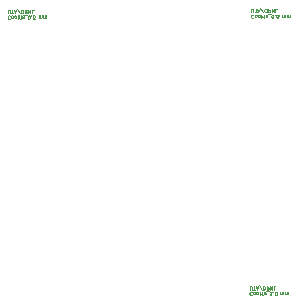
<source format=gbr>
%TF.GenerationSoftware,KiCad,Pcbnew,(7.0.0)*%
%TF.CreationDate,2023-03-30T16:55:44-05:00*%
%TF.ProjectId,Cookie_Mantis,436f6f6b-6965-45f4-9d61-6e7469732e6b,rev?*%
%TF.SameCoordinates,Original*%
%TF.FileFunction,Legend,Bot*%
%TF.FilePolarity,Positive*%
%FSLAX46Y46*%
G04 Gerber Fmt 4.6, Leading zero omitted, Abs format (unit mm)*
G04 Created by KiCad (PCBNEW (7.0.0)) date 2023-03-30 16:55:44*
%MOMM*%
%LPD*%
G01*
G04 APERTURE LIST*
%ADD10C,0.075000*%
G04 APERTURE END LIST*
D10*
X49626417Y-36758141D02*
X49612131Y-36743855D01*
X49612131Y-36743855D02*
X49569274Y-36729569D01*
X49569274Y-36729569D02*
X49540702Y-36729569D01*
X49540702Y-36729569D02*
X49497845Y-36743855D01*
X49497845Y-36743855D02*
X49469274Y-36772426D01*
X49469274Y-36772426D02*
X49454988Y-36800998D01*
X49454988Y-36800998D02*
X49440702Y-36858141D01*
X49440702Y-36858141D02*
X49440702Y-36900998D01*
X49440702Y-36900998D02*
X49454988Y-36958141D01*
X49454988Y-36958141D02*
X49469274Y-36986712D01*
X49469274Y-36986712D02*
X49497845Y-37015284D01*
X49497845Y-37015284D02*
X49540702Y-37029569D01*
X49540702Y-37029569D02*
X49569274Y-37029569D01*
X49569274Y-37029569D02*
X49612131Y-37015284D01*
X49612131Y-37015284D02*
X49626417Y-37000998D01*
X49797845Y-36729569D02*
X49769274Y-36743855D01*
X49769274Y-36743855D02*
X49754988Y-36758141D01*
X49754988Y-36758141D02*
X49740702Y-36786712D01*
X49740702Y-36786712D02*
X49740702Y-36872426D01*
X49740702Y-36872426D02*
X49754988Y-36900998D01*
X49754988Y-36900998D02*
X49769274Y-36915284D01*
X49769274Y-36915284D02*
X49797845Y-36929569D01*
X49797845Y-36929569D02*
X49840702Y-36929569D01*
X49840702Y-36929569D02*
X49869274Y-36915284D01*
X49869274Y-36915284D02*
X49883560Y-36900998D01*
X49883560Y-36900998D02*
X49897845Y-36872426D01*
X49897845Y-36872426D02*
X49897845Y-36786712D01*
X49897845Y-36786712D02*
X49883560Y-36758141D01*
X49883560Y-36758141D02*
X49869274Y-36743855D01*
X49869274Y-36743855D02*
X49840702Y-36729569D01*
X49840702Y-36729569D02*
X49797845Y-36729569D01*
X50069274Y-36729569D02*
X50040703Y-36743855D01*
X50040703Y-36743855D02*
X50026417Y-36758141D01*
X50026417Y-36758141D02*
X50012131Y-36786712D01*
X50012131Y-36786712D02*
X50012131Y-36872426D01*
X50012131Y-36872426D02*
X50026417Y-36900998D01*
X50026417Y-36900998D02*
X50040703Y-36915284D01*
X50040703Y-36915284D02*
X50069274Y-36929569D01*
X50069274Y-36929569D02*
X50112131Y-36929569D01*
X50112131Y-36929569D02*
X50140703Y-36915284D01*
X50140703Y-36915284D02*
X50154989Y-36900998D01*
X50154989Y-36900998D02*
X50169274Y-36872426D01*
X50169274Y-36872426D02*
X50169274Y-36786712D01*
X50169274Y-36786712D02*
X50154989Y-36758141D01*
X50154989Y-36758141D02*
X50140703Y-36743855D01*
X50140703Y-36743855D02*
X50112131Y-36729569D01*
X50112131Y-36729569D02*
X50069274Y-36729569D01*
X50297846Y-36729569D02*
X50297846Y-37029569D01*
X50326418Y-36843855D02*
X50412132Y-36729569D01*
X50412132Y-36929569D02*
X50297846Y-36815284D01*
X50540703Y-36729569D02*
X50540703Y-36929569D01*
X50540703Y-37029569D02*
X50526417Y-37015284D01*
X50526417Y-37015284D02*
X50540703Y-37000998D01*
X50540703Y-37000998D02*
X50554989Y-37015284D01*
X50554989Y-37015284D02*
X50540703Y-37029569D01*
X50540703Y-37029569D02*
X50540703Y-37000998D01*
X50797846Y-36743855D02*
X50769274Y-36729569D01*
X50769274Y-36729569D02*
X50712132Y-36729569D01*
X50712132Y-36729569D02*
X50683560Y-36743855D01*
X50683560Y-36743855D02*
X50669274Y-36772426D01*
X50669274Y-36772426D02*
X50669274Y-36886712D01*
X50669274Y-36886712D02*
X50683560Y-36915284D01*
X50683560Y-36915284D02*
X50712132Y-36929569D01*
X50712132Y-36929569D02*
X50769274Y-36929569D01*
X50769274Y-36929569D02*
X50797846Y-36915284D01*
X50797846Y-36915284D02*
X50812132Y-36886712D01*
X50812132Y-36886712D02*
X50812132Y-36858141D01*
X50812132Y-36858141D02*
X50669274Y-36829569D01*
X50869275Y-36700998D02*
X51097846Y-36700998D01*
X51326417Y-36729569D02*
X51154988Y-36729569D01*
X51240703Y-36729569D02*
X51240703Y-37029569D01*
X51240703Y-37029569D02*
X51212131Y-36986712D01*
X51212131Y-36986712D02*
X51183560Y-36958141D01*
X51183560Y-36958141D02*
X51154988Y-36943855D01*
X51454988Y-36758141D02*
X51469274Y-36743855D01*
X51469274Y-36743855D02*
X51454988Y-36729569D01*
X51454988Y-36729569D02*
X51440702Y-36743855D01*
X51440702Y-36743855D02*
X51454988Y-36758141D01*
X51454988Y-36758141D02*
X51454988Y-36729569D01*
X51654988Y-37029569D02*
X51683559Y-37029569D01*
X51683559Y-37029569D02*
X51712131Y-37015284D01*
X51712131Y-37015284D02*
X51726417Y-37000998D01*
X51726417Y-37000998D02*
X51740702Y-36972426D01*
X51740702Y-36972426D02*
X51754988Y-36915284D01*
X51754988Y-36915284D02*
X51754988Y-36843855D01*
X51754988Y-36843855D02*
X51740702Y-36786712D01*
X51740702Y-36786712D02*
X51726417Y-36758141D01*
X51726417Y-36758141D02*
X51712131Y-36743855D01*
X51712131Y-36743855D02*
X51683559Y-36729569D01*
X51683559Y-36729569D02*
X51654988Y-36729569D01*
X51654988Y-36729569D02*
X51626417Y-36743855D01*
X51626417Y-36743855D02*
X51612131Y-36758141D01*
X51612131Y-36758141D02*
X51597845Y-36786712D01*
X51597845Y-36786712D02*
X51583559Y-36843855D01*
X51583559Y-36843855D02*
X51583559Y-36915284D01*
X51583559Y-36915284D02*
X51597845Y-36972426D01*
X51597845Y-36972426D02*
X51612131Y-37000998D01*
X51612131Y-37000998D02*
X51626417Y-37015284D01*
X51626417Y-37015284D02*
X51654988Y-37029569D01*
X52063559Y-36729569D02*
X52063559Y-36929569D01*
X52063559Y-36900998D02*
X52077845Y-36915284D01*
X52077845Y-36915284D02*
X52106416Y-36929569D01*
X52106416Y-36929569D02*
X52149273Y-36929569D01*
X52149273Y-36929569D02*
X52177845Y-36915284D01*
X52177845Y-36915284D02*
X52192131Y-36886712D01*
X52192131Y-36886712D02*
X52192131Y-36729569D01*
X52192131Y-36886712D02*
X52206416Y-36915284D01*
X52206416Y-36915284D02*
X52234988Y-36929569D01*
X52234988Y-36929569D02*
X52277845Y-36929569D01*
X52277845Y-36929569D02*
X52306416Y-36915284D01*
X52306416Y-36915284D02*
X52320702Y-36886712D01*
X52320702Y-36886712D02*
X52320702Y-36729569D01*
X52463559Y-36729569D02*
X52463559Y-36929569D01*
X52463559Y-36900998D02*
X52477845Y-36915284D01*
X52477845Y-36915284D02*
X52506416Y-36929569D01*
X52506416Y-36929569D02*
X52549273Y-36929569D01*
X52549273Y-36929569D02*
X52577845Y-36915284D01*
X52577845Y-36915284D02*
X52592131Y-36886712D01*
X52592131Y-36886712D02*
X52592131Y-36729569D01*
X52592131Y-36886712D02*
X52606416Y-36915284D01*
X52606416Y-36915284D02*
X52634988Y-36929569D01*
X52634988Y-36929569D02*
X52677845Y-36929569D01*
X52677845Y-36929569D02*
X52706416Y-36915284D01*
X52706416Y-36915284D02*
X52720702Y-36886712D01*
X52720702Y-36886712D02*
X52720702Y-36729569D01*
X49454988Y-36543569D02*
X49454988Y-36300712D01*
X49454988Y-36300712D02*
X49469274Y-36272141D01*
X49469274Y-36272141D02*
X49483560Y-36257855D01*
X49483560Y-36257855D02*
X49512131Y-36243569D01*
X49512131Y-36243569D02*
X49569274Y-36243569D01*
X49569274Y-36243569D02*
X49597845Y-36257855D01*
X49597845Y-36257855D02*
X49612131Y-36272141D01*
X49612131Y-36272141D02*
X49626417Y-36300712D01*
X49626417Y-36300712D02*
X49626417Y-36543569D01*
X49726417Y-36543569D02*
X49897846Y-36543569D01*
X49812131Y-36243569D02*
X49812131Y-36543569D01*
X49983559Y-36329284D02*
X50126417Y-36329284D01*
X49954988Y-36243569D02*
X50054988Y-36543569D01*
X50054988Y-36543569D02*
X50154988Y-36243569D01*
X50469274Y-36557855D02*
X50212131Y-36172141D01*
X50626417Y-36543569D02*
X50683560Y-36543569D01*
X50683560Y-36543569D02*
X50712131Y-36529284D01*
X50712131Y-36529284D02*
X50740703Y-36500712D01*
X50740703Y-36500712D02*
X50754988Y-36443569D01*
X50754988Y-36443569D02*
X50754988Y-36343569D01*
X50754988Y-36343569D02*
X50740703Y-36286426D01*
X50740703Y-36286426D02*
X50712131Y-36257855D01*
X50712131Y-36257855D02*
X50683560Y-36243569D01*
X50683560Y-36243569D02*
X50626417Y-36243569D01*
X50626417Y-36243569D02*
X50597846Y-36257855D01*
X50597846Y-36257855D02*
X50569274Y-36286426D01*
X50569274Y-36286426D02*
X50554988Y-36343569D01*
X50554988Y-36343569D02*
X50554988Y-36443569D01*
X50554988Y-36443569D02*
X50569274Y-36500712D01*
X50569274Y-36500712D02*
X50597846Y-36529284D01*
X50597846Y-36529284D02*
X50626417Y-36543569D01*
X51054989Y-36243569D02*
X50954989Y-36386426D01*
X50883560Y-36243569D02*
X50883560Y-36543569D01*
X50883560Y-36543569D02*
X50997846Y-36543569D01*
X50997846Y-36543569D02*
X51026417Y-36529284D01*
X51026417Y-36529284D02*
X51040703Y-36514998D01*
X51040703Y-36514998D02*
X51054989Y-36486426D01*
X51054989Y-36486426D02*
X51054989Y-36443569D01*
X51054989Y-36443569D02*
X51040703Y-36414998D01*
X51040703Y-36414998D02*
X51026417Y-36400712D01*
X51026417Y-36400712D02*
X50997846Y-36386426D01*
X50997846Y-36386426D02*
X50883560Y-36386426D01*
X51183560Y-36243569D02*
X51183560Y-36543569D01*
X51183560Y-36543569D02*
X51354989Y-36243569D01*
X51354989Y-36243569D02*
X51354989Y-36543569D01*
X51640703Y-36243569D02*
X51497846Y-36243569D01*
X51497846Y-36243569D02*
X51497846Y-36543569D01*
X49771417Y-13282157D02*
X49757131Y-13267871D01*
X49757131Y-13267871D02*
X49714274Y-13253585D01*
X49714274Y-13253585D02*
X49685702Y-13253585D01*
X49685702Y-13253585D02*
X49642845Y-13267871D01*
X49642845Y-13267871D02*
X49614274Y-13296442D01*
X49614274Y-13296442D02*
X49599988Y-13325014D01*
X49599988Y-13325014D02*
X49585702Y-13382157D01*
X49585702Y-13382157D02*
X49585702Y-13425014D01*
X49585702Y-13425014D02*
X49599988Y-13482157D01*
X49599988Y-13482157D02*
X49614274Y-13510728D01*
X49614274Y-13510728D02*
X49642845Y-13539300D01*
X49642845Y-13539300D02*
X49685702Y-13553585D01*
X49685702Y-13553585D02*
X49714274Y-13553585D01*
X49714274Y-13553585D02*
X49757131Y-13539300D01*
X49757131Y-13539300D02*
X49771417Y-13525014D01*
X49942845Y-13253585D02*
X49914274Y-13267871D01*
X49914274Y-13267871D02*
X49899988Y-13282157D01*
X49899988Y-13282157D02*
X49885702Y-13310728D01*
X49885702Y-13310728D02*
X49885702Y-13396442D01*
X49885702Y-13396442D02*
X49899988Y-13425014D01*
X49899988Y-13425014D02*
X49914274Y-13439300D01*
X49914274Y-13439300D02*
X49942845Y-13453585D01*
X49942845Y-13453585D02*
X49985702Y-13453585D01*
X49985702Y-13453585D02*
X50014274Y-13439300D01*
X50014274Y-13439300D02*
X50028560Y-13425014D01*
X50028560Y-13425014D02*
X50042845Y-13396442D01*
X50042845Y-13396442D02*
X50042845Y-13310728D01*
X50042845Y-13310728D02*
X50028560Y-13282157D01*
X50028560Y-13282157D02*
X50014274Y-13267871D01*
X50014274Y-13267871D02*
X49985702Y-13253585D01*
X49985702Y-13253585D02*
X49942845Y-13253585D01*
X50214274Y-13253585D02*
X50185703Y-13267871D01*
X50185703Y-13267871D02*
X50171417Y-13282157D01*
X50171417Y-13282157D02*
X50157131Y-13310728D01*
X50157131Y-13310728D02*
X50157131Y-13396442D01*
X50157131Y-13396442D02*
X50171417Y-13425014D01*
X50171417Y-13425014D02*
X50185703Y-13439300D01*
X50185703Y-13439300D02*
X50214274Y-13453585D01*
X50214274Y-13453585D02*
X50257131Y-13453585D01*
X50257131Y-13453585D02*
X50285703Y-13439300D01*
X50285703Y-13439300D02*
X50299989Y-13425014D01*
X50299989Y-13425014D02*
X50314274Y-13396442D01*
X50314274Y-13396442D02*
X50314274Y-13310728D01*
X50314274Y-13310728D02*
X50299989Y-13282157D01*
X50299989Y-13282157D02*
X50285703Y-13267871D01*
X50285703Y-13267871D02*
X50257131Y-13253585D01*
X50257131Y-13253585D02*
X50214274Y-13253585D01*
X50442846Y-13253585D02*
X50442846Y-13553585D01*
X50471418Y-13367871D02*
X50557132Y-13253585D01*
X50557132Y-13453585D02*
X50442846Y-13339300D01*
X50685703Y-13253585D02*
X50685703Y-13453585D01*
X50685703Y-13553585D02*
X50671417Y-13539300D01*
X50671417Y-13539300D02*
X50685703Y-13525014D01*
X50685703Y-13525014D02*
X50699989Y-13539300D01*
X50699989Y-13539300D02*
X50685703Y-13553585D01*
X50685703Y-13553585D02*
X50685703Y-13525014D01*
X50942846Y-13267871D02*
X50914274Y-13253585D01*
X50914274Y-13253585D02*
X50857132Y-13253585D01*
X50857132Y-13253585D02*
X50828560Y-13267871D01*
X50828560Y-13267871D02*
X50814274Y-13296442D01*
X50814274Y-13296442D02*
X50814274Y-13410728D01*
X50814274Y-13410728D02*
X50828560Y-13439300D01*
X50828560Y-13439300D02*
X50857132Y-13453585D01*
X50857132Y-13453585D02*
X50914274Y-13453585D01*
X50914274Y-13453585D02*
X50942846Y-13439300D01*
X50942846Y-13439300D02*
X50957132Y-13410728D01*
X50957132Y-13410728D02*
X50957132Y-13382157D01*
X50957132Y-13382157D02*
X50814274Y-13353585D01*
X51014275Y-13225014D02*
X51242846Y-13225014D01*
X51371417Y-13553585D02*
X51399988Y-13553585D01*
X51399988Y-13553585D02*
X51428560Y-13539300D01*
X51428560Y-13539300D02*
X51442846Y-13525014D01*
X51442846Y-13525014D02*
X51457131Y-13496442D01*
X51457131Y-13496442D02*
X51471417Y-13439300D01*
X51471417Y-13439300D02*
X51471417Y-13367871D01*
X51471417Y-13367871D02*
X51457131Y-13310728D01*
X51457131Y-13310728D02*
X51442846Y-13282157D01*
X51442846Y-13282157D02*
X51428560Y-13267871D01*
X51428560Y-13267871D02*
X51399988Y-13253585D01*
X51399988Y-13253585D02*
X51371417Y-13253585D01*
X51371417Y-13253585D02*
X51342846Y-13267871D01*
X51342846Y-13267871D02*
X51328560Y-13282157D01*
X51328560Y-13282157D02*
X51314274Y-13310728D01*
X51314274Y-13310728D02*
X51299988Y-13367871D01*
X51299988Y-13367871D02*
X51299988Y-13439300D01*
X51299988Y-13439300D02*
X51314274Y-13496442D01*
X51314274Y-13496442D02*
X51328560Y-13525014D01*
X51328560Y-13525014D02*
X51342846Y-13539300D01*
X51342846Y-13539300D02*
X51371417Y-13553585D01*
X51599988Y-13282157D02*
X51614274Y-13267871D01*
X51614274Y-13267871D02*
X51599988Y-13253585D01*
X51599988Y-13253585D02*
X51585702Y-13267871D01*
X51585702Y-13267871D02*
X51599988Y-13282157D01*
X51599988Y-13282157D02*
X51599988Y-13253585D01*
X51885702Y-13553585D02*
X51742845Y-13553585D01*
X51742845Y-13553585D02*
X51728559Y-13410728D01*
X51728559Y-13410728D02*
X51742845Y-13425014D01*
X51742845Y-13425014D02*
X51771417Y-13439300D01*
X51771417Y-13439300D02*
X51842845Y-13439300D01*
X51842845Y-13439300D02*
X51871417Y-13425014D01*
X51871417Y-13425014D02*
X51885702Y-13410728D01*
X51885702Y-13410728D02*
X51899988Y-13382157D01*
X51899988Y-13382157D02*
X51899988Y-13310728D01*
X51899988Y-13310728D02*
X51885702Y-13282157D01*
X51885702Y-13282157D02*
X51871417Y-13267871D01*
X51871417Y-13267871D02*
X51842845Y-13253585D01*
X51842845Y-13253585D02*
X51771417Y-13253585D01*
X51771417Y-13253585D02*
X51742845Y-13267871D01*
X51742845Y-13267871D02*
X51728559Y-13282157D01*
X52208559Y-13253585D02*
X52208559Y-13453585D01*
X52208559Y-13425014D02*
X52222845Y-13439300D01*
X52222845Y-13439300D02*
X52251416Y-13453585D01*
X52251416Y-13453585D02*
X52294273Y-13453585D01*
X52294273Y-13453585D02*
X52322845Y-13439300D01*
X52322845Y-13439300D02*
X52337131Y-13410728D01*
X52337131Y-13410728D02*
X52337131Y-13253585D01*
X52337131Y-13410728D02*
X52351416Y-13439300D01*
X52351416Y-13439300D02*
X52379988Y-13453585D01*
X52379988Y-13453585D02*
X52422845Y-13453585D01*
X52422845Y-13453585D02*
X52451416Y-13439300D01*
X52451416Y-13439300D02*
X52465702Y-13410728D01*
X52465702Y-13410728D02*
X52465702Y-13253585D01*
X52608559Y-13253585D02*
X52608559Y-13453585D01*
X52608559Y-13425014D02*
X52622845Y-13439300D01*
X52622845Y-13439300D02*
X52651416Y-13453585D01*
X52651416Y-13453585D02*
X52694273Y-13453585D01*
X52694273Y-13453585D02*
X52722845Y-13439300D01*
X52722845Y-13439300D02*
X52737131Y-13410728D01*
X52737131Y-13410728D02*
X52737131Y-13253585D01*
X52737131Y-13410728D02*
X52751416Y-13439300D01*
X52751416Y-13439300D02*
X52779988Y-13453585D01*
X52779988Y-13453585D02*
X52822845Y-13453585D01*
X52822845Y-13453585D02*
X52851416Y-13439300D01*
X52851416Y-13439300D02*
X52865702Y-13410728D01*
X52865702Y-13410728D02*
X52865702Y-13253585D01*
X49599988Y-13067585D02*
X49599988Y-12824728D01*
X49599988Y-12824728D02*
X49614274Y-12796157D01*
X49614274Y-12796157D02*
X49628560Y-12781871D01*
X49628560Y-12781871D02*
X49657131Y-12767585D01*
X49657131Y-12767585D02*
X49714274Y-12767585D01*
X49714274Y-12767585D02*
X49742845Y-12781871D01*
X49742845Y-12781871D02*
X49757131Y-12796157D01*
X49757131Y-12796157D02*
X49771417Y-12824728D01*
X49771417Y-12824728D02*
X49771417Y-13067585D01*
X49871417Y-13067585D02*
X50042846Y-13067585D01*
X49957131Y-12767585D02*
X49957131Y-13067585D01*
X50128559Y-12853300D02*
X50271417Y-12853300D01*
X50099988Y-12767585D02*
X50199988Y-13067585D01*
X50199988Y-13067585D02*
X50299988Y-12767585D01*
X50614274Y-13081871D02*
X50357131Y-12696157D01*
X50771417Y-13067585D02*
X50828560Y-13067585D01*
X50828560Y-13067585D02*
X50857131Y-13053300D01*
X50857131Y-13053300D02*
X50885703Y-13024728D01*
X50885703Y-13024728D02*
X50899988Y-12967585D01*
X50899988Y-12967585D02*
X50899988Y-12867585D01*
X50899988Y-12867585D02*
X50885703Y-12810442D01*
X50885703Y-12810442D02*
X50857131Y-12781871D01*
X50857131Y-12781871D02*
X50828560Y-12767585D01*
X50828560Y-12767585D02*
X50771417Y-12767585D01*
X50771417Y-12767585D02*
X50742846Y-12781871D01*
X50742846Y-12781871D02*
X50714274Y-12810442D01*
X50714274Y-12810442D02*
X50699988Y-12867585D01*
X50699988Y-12867585D02*
X50699988Y-12967585D01*
X50699988Y-12967585D02*
X50714274Y-13024728D01*
X50714274Y-13024728D02*
X50742846Y-13053300D01*
X50742846Y-13053300D02*
X50771417Y-13067585D01*
X51199989Y-12767585D02*
X51099989Y-12910442D01*
X51028560Y-12767585D02*
X51028560Y-13067585D01*
X51028560Y-13067585D02*
X51142846Y-13067585D01*
X51142846Y-13067585D02*
X51171417Y-13053300D01*
X51171417Y-13053300D02*
X51185703Y-13039014D01*
X51185703Y-13039014D02*
X51199989Y-13010442D01*
X51199989Y-13010442D02*
X51199989Y-12967585D01*
X51199989Y-12967585D02*
X51185703Y-12939014D01*
X51185703Y-12939014D02*
X51171417Y-12924728D01*
X51171417Y-12924728D02*
X51142846Y-12910442D01*
X51142846Y-12910442D02*
X51028560Y-12910442D01*
X51328560Y-12767585D02*
X51328560Y-13067585D01*
X51328560Y-13067585D02*
X51499989Y-12767585D01*
X51499989Y-12767585D02*
X51499989Y-13067585D01*
X51785703Y-12767585D02*
X51642846Y-12767585D01*
X51642846Y-12767585D02*
X51642846Y-13067585D01*
X29142857Y-13361357D02*
X29128571Y-13347071D01*
X29128571Y-13347071D02*
X29085714Y-13332785D01*
X29085714Y-13332785D02*
X29057142Y-13332785D01*
X29057142Y-13332785D02*
X29014285Y-13347071D01*
X29014285Y-13347071D02*
X28985714Y-13375642D01*
X28985714Y-13375642D02*
X28971428Y-13404214D01*
X28971428Y-13404214D02*
X28957142Y-13461357D01*
X28957142Y-13461357D02*
X28957142Y-13504214D01*
X28957142Y-13504214D02*
X28971428Y-13561357D01*
X28971428Y-13561357D02*
X28985714Y-13589928D01*
X28985714Y-13589928D02*
X29014285Y-13618500D01*
X29014285Y-13618500D02*
X29057142Y-13632785D01*
X29057142Y-13632785D02*
X29085714Y-13632785D01*
X29085714Y-13632785D02*
X29128571Y-13618500D01*
X29128571Y-13618500D02*
X29142857Y-13604214D01*
X29314285Y-13332785D02*
X29285714Y-13347071D01*
X29285714Y-13347071D02*
X29271428Y-13361357D01*
X29271428Y-13361357D02*
X29257142Y-13389928D01*
X29257142Y-13389928D02*
X29257142Y-13475642D01*
X29257142Y-13475642D02*
X29271428Y-13504214D01*
X29271428Y-13504214D02*
X29285714Y-13518500D01*
X29285714Y-13518500D02*
X29314285Y-13532785D01*
X29314285Y-13532785D02*
X29357142Y-13532785D01*
X29357142Y-13532785D02*
X29385714Y-13518500D01*
X29385714Y-13518500D02*
X29400000Y-13504214D01*
X29400000Y-13504214D02*
X29414285Y-13475642D01*
X29414285Y-13475642D02*
X29414285Y-13389928D01*
X29414285Y-13389928D02*
X29400000Y-13361357D01*
X29400000Y-13361357D02*
X29385714Y-13347071D01*
X29385714Y-13347071D02*
X29357142Y-13332785D01*
X29357142Y-13332785D02*
X29314285Y-13332785D01*
X29585714Y-13332785D02*
X29557143Y-13347071D01*
X29557143Y-13347071D02*
X29542857Y-13361357D01*
X29542857Y-13361357D02*
X29528571Y-13389928D01*
X29528571Y-13389928D02*
X29528571Y-13475642D01*
X29528571Y-13475642D02*
X29542857Y-13504214D01*
X29542857Y-13504214D02*
X29557143Y-13518500D01*
X29557143Y-13518500D02*
X29585714Y-13532785D01*
X29585714Y-13532785D02*
X29628571Y-13532785D01*
X29628571Y-13532785D02*
X29657143Y-13518500D01*
X29657143Y-13518500D02*
X29671429Y-13504214D01*
X29671429Y-13504214D02*
X29685714Y-13475642D01*
X29685714Y-13475642D02*
X29685714Y-13389928D01*
X29685714Y-13389928D02*
X29671429Y-13361357D01*
X29671429Y-13361357D02*
X29657143Y-13347071D01*
X29657143Y-13347071D02*
X29628571Y-13332785D01*
X29628571Y-13332785D02*
X29585714Y-13332785D01*
X29814286Y-13332785D02*
X29814286Y-13632785D01*
X29842858Y-13447071D02*
X29928572Y-13332785D01*
X29928572Y-13532785D02*
X29814286Y-13418500D01*
X30057143Y-13332785D02*
X30057143Y-13532785D01*
X30057143Y-13632785D02*
X30042857Y-13618500D01*
X30042857Y-13618500D02*
X30057143Y-13604214D01*
X30057143Y-13604214D02*
X30071429Y-13618500D01*
X30071429Y-13618500D02*
X30057143Y-13632785D01*
X30057143Y-13632785D02*
X30057143Y-13604214D01*
X30314286Y-13347071D02*
X30285714Y-13332785D01*
X30285714Y-13332785D02*
X30228572Y-13332785D01*
X30228572Y-13332785D02*
X30200000Y-13347071D01*
X30200000Y-13347071D02*
X30185714Y-13375642D01*
X30185714Y-13375642D02*
X30185714Y-13489928D01*
X30185714Y-13489928D02*
X30200000Y-13518500D01*
X30200000Y-13518500D02*
X30228572Y-13532785D01*
X30228572Y-13532785D02*
X30285714Y-13532785D01*
X30285714Y-13532785D02*
X30314286Y-13518500D01*
X30314286Y-13518500D02*
X30328572Y-13489928D01*
X30328572Y-13489928D02*
X30328572Y-13461357D01*
X30328572Y-13461357D02*
X30185714Y-13432785D01*
X30385715Y-13304214D02*
X30614286Y-13304214D01*
X30742857Y-13632785D02*
X30771428Y-13632785D01*
X30771428Y-13632785D02*
X30800000Y-13618500D01*
X30800000Y-13618500D02*
X30814286Y-13604214D01*
X30814286Y-13604214D02*
X30828571Y-13575642D01*
X30828571Y-13575642D02*
X30842857Y-13518500D01*
X30842857Y-13518500D02*
X30842857Y-13447071D01*
X30842857Y-13447071D02*
X30828571Y-13389928D01*
X30828571Y-13389928D02*
X30814286Y-13361357D01*
X30814286Y-13361357D02*
X30800000Y-13347071D01*
X30800000Y-13347071D02*
X30771428Y-13332785D01*
X30771428Y-13332785D02*
X30742857Y-13332785D01*
X30742857Y-13332785D02*
X30714286Y-13347071D01*
X30714286Y-13347071D02*
X30700000Y-13361357D01*
X30700000Y-13361357D02*
X30685714Y-13389928D01*
X30685714Y-13389928D02*
X30671428Y-13447071D01*
X30671428Y-13447071D02*
X30671428Y-13518500D01*
X30671428Y-13518500D02*
X30685714Y-13575642D01*
X30685714Y-13575642D02*
X30700000Y-13604214D01*
X30700000Y-13604214D02*
X30714286Y-13618500D01*
X30714286Y-13618500D02*
X30742857Y-13632785D01*
X30971428Y-13361357D02*
X30985714Y-13347071D01*
X30985714Y-13347071D02*
X30971428Y-13332785D01*
X30971428Y-13332785D02*
X30957142Y-13347071D01*
X30957142Y-13347071D02*
X30971428Y-13361357D01*
X30971428Y-13361357D02*
X30971428Y-13332785D01*
X31257142Y-13632785D02*
X31114285Y-13632785D01*
X31114285Y-13632785D02*
X31099999Y-13489928D01*
X31099999Y-13489928D02*
X31114285Y-13504214D01*
X31114285Y-13504214D02*
X31142857Y-13518500D01*
X31142857Y-13518500D02*
X31214285Y-13518500D01*
X31214285Y-13518500D02*
X31242857Y-13504214D01*
X31242857Y-13504214D02*
X31257142Y-13489928D01*
X31257142Y-13489928D02*
X31271428Y-13461357D01*
X31271428Y-13461357D02*
X31271428Y-13389928D01*
X31271428Y-13389928D02*
X31257142Y-13361357D01*
X31257142Y-13361357D02*
X31242857Y-13347071D01*
X31242857Y-13347071D02*
X31214285Y-13332785D01*
X31214285Y-13332785D02*
X31142857Y-13332785D01*
X31142857Y-13332785D02*
X31114285Y-13347071D01*
X31114285Y-13347071D02*
X31099999Y-13361357D01*
X31579999Y-13332785D02*
X31579999Y-13532785D01*
X31579999Y-13504214D02*
X31594285Y-13518500D01*
X31594285Y-13518500D02*
X31622856Y-13532785D01*
X31622856Y-13532785D02*
X31665713Y-13532785D01*
X31665713Y-13532785D02*
X31694285Y-13518500D01*
X31694285Y-13518500D02*
X31708571Y-13489928D01*
X31708571Y-13489928D02*
X31708571Y-13332785D01*
X31708571Y-13489928D02*
X31722856Y-13518500D01*
X31722856Y-13518500D02*
X31751428Y-13532785D01*
X31751428Y-13532785D02*
X31794285Y-13532785D01*
X31794285Y-13532785D02*
X31822856Y-13518500D01*
X31822856Y-13518500D02*
X31837142Y-13489928D01*
X31837142Y-13489928D02*
X31837142Y-13332785D01*
X31979999Y-13332785D02*
X31979999Y-13532785D01*
X31979999Y-13504214D02*
X31994285Y-13518500D01*
X31994285Y-13518500D02*
X32022856Y-13532785D01*
X32022856Y-13532785D02*
X32065713Y-13532785D01*
X32065713Y-13532785D02*
X32094285Y-13518500D01*
X32094285Y-13518500D02*
X32108571Y-13489928D01*
X32108571Y-13489928D02*
X32108571Y-13332785D01*
X32108571Y-13489928D02*
X32122856Y-13518500D01*
X32122856Y-13518500D02*
X32151428Y-13532785D01*
X32151428Y-13532785D02*
X32194285Y-13532785D01*
X32194285Y-13532785D02*
X32222856Y-13518500D01*
X32222856Y-13518500D02*
X32237142Y-13489928D01*
X32237142Y-13489928D02*
X32237142Y-13332785D01*
X28971428Y-13146785D02*
X28971428Y-12903928D01*
X28971428Y-12903928D02*
X28985714Y-12875357D01*
X28985714Y-12875357D02*
X29000000Y-12861071D01*
X29000000Y-12861071D02*
X29028571Y-12846785D01*
X29028571Y-12846785D02*
X29085714Y-12846785D01*
X29085714Y-12846785D02*
X29114285Y-12861071D01*
X29114285Y-12861071D02*
X29128571Y-12875357D01*
X29128571Y-12875357D02*
X29142857Y-12903928D01*
X29142857Y-12903928D02*
X29142857Y-13146785D01*
X29242857Y-13146785D02*
X29414286Y-13146785D01*
X29328571Y-12846785D02*
X29328571Y-13146785D01*
X29499999Y-12932500D02*
X29642857Y-12932500D01*
X29471428Y-12846785D02*
X29571428Y-13146785D01*
X29571428Y-13146785D02*
X29671428Y-12846785D01*
X29985714Y-13161071D02*
X29728571Y-12775357D01*
X30142857Y-13146785D02*
X30200000Y-13146785D01*
X30200000Y-13146785D02*
X30228571Y-13132500D01*
X30228571Y-13132500D02*
X30257143Y-13103928D01*
X30257143Y-13103928D02*
X30271428Y-13046785D01*
X30271428Y-13046785D02*
X30271428Y-12946785D01*
X30271428Y-12946785D02*
X30257143Y-12889642D01*
X30257143Y-12889642D02*
X30228571Y-12861071D01*
X30228571Y-12861071D02*
X30200000Y-12846785D01*
X30200000Y-12846785D02*
X30142857Y-12846785D01*
X30142857Y-12846785D02*
X30114286Y-12861071D01*
X30114286Y-12861071D02*
X30085714Y-12889642D01*
X30085714Y-12889642D02*
X30071428Y-12946785D01*
X30071428Y-12946785D02*
X30071428Y-13046785D01*
X30071428Y-13046785D02*
X30085714Y-13103928D01*
X30085714Y-13103928D02*
X30114286Y-13132500D01*
X30114286Y-13132500D02*
X30142857Y-13146785D01*
X30571429Y-12846785D02*
X30471429Y-12989642D01*
X30400000Y-12846785D02*
X30400000Y-13146785D01*
X30400000Y-13146785D02*
X30514286Y-13146785D01*
X30514286Y-13146785D02*
X30542857Y-13132500D01*
X30542857Y-13132500D02*
X30557143Y-13118214D01*
X30557143Y-13118214D02*
X30571429Y-13089642D01*
X30571429Y-13089642D02*
X30571429Y-13046785D01*
X30571429Y-13046785D02*
X30557143Y-13018214D01*
X30557143Y-13018214D02*
X30542857Y-13003928D01*
X30542857Y-13003928D02*
X30514286Y-12989642D01*
X30514286Y-12989642D02*
X30400000Y-12989642D01*
X30700000Y-12846785D02*
X30700000Y-13146785D01*
X30700000Y-13146785D02*
X30871429Y-12846785D01*
X30871429Y-12846785D02*
X30871429Y-13146785D01*
X31157143Y-12846785D02*
X31014286Y-12846785D01*
X31014286Y-12846785D02*
X31014286Y-13146785D01*
M02*

</source>
